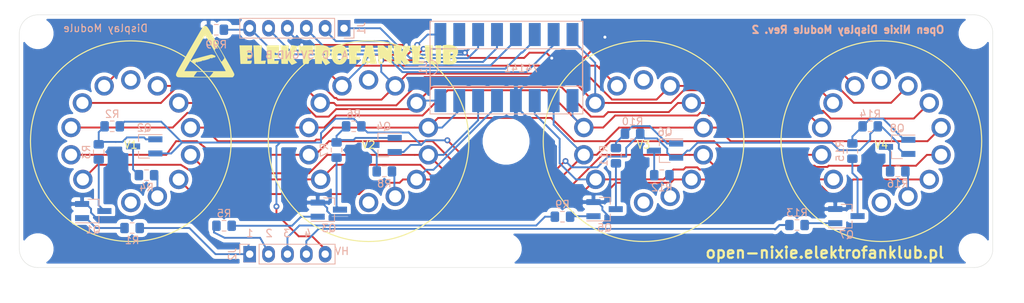
<source format=kicad_pcb>
(kicad_pcb (version 20171130) (host pcbnew "(5.1.5)-3")
  (layers (0 F.Cu signal) (31 B.Cu signal) (34 B.Paste user hide) (35 F.Paste user hide) (36 B.SilkS user) (37 F.SilkS user) (38 B.Mask user hide) (39 F.Mask user hide) (44 Edge.Cuts user))
  (net 0 "")
  (net 1 "Net-(J1-Pad6)")
  (net 2 "Net-(J1-Pad5)")
  (net 3 GND)
  (net 4 VCC)
  (net 5 "Net-(J1-Pad2)")
  (net 6 "Net-(J1-Pad1)")
  (net 7 "Net-(J2-Pad5)")
  (net 8 "Net-(J2-Pad4)")
  (net 9 "Net-(J2-Pad3)")
  (net 10 "Net-(J2-Pad2)")
  (net 11 "Net-(J2-Pad1)")
  (net 12 "Net-(Q1-Pad1)")
  (net 13 "Net-(Q1-Pad3)")
  (net 14 "Net-(Q2-Pad1)")
  (net 15 "Net-(Q3-Pad1)")
  (net 16 "Net-(Q3-Pad3)")
  (net 17 "Net-(Q4-Pad1)")
  (net 18 "Net-(Q5-Pad3)")
  (net 19 "Net-(Q5-Pad1)")
  (net 20 "Net-(Q6-Pad1)")
  (net 21 "Net-(Q7-Pad1)")
  (net 22 "Net-(Q7-Pad3)")
  (net 23 "Net-(Q8-Pad1)")
  (net 24 /A1)
  (net 25 /A2)
  (net 26 /A3)
  (net 27 /A4)
  (net 28 "Net-(V1-PadPL)")
  (net 29 /C9)
  (net 30 /C8)
  (net 31 /C7)
  (net 32 /C6)
  (net 33 /C5)
  (net 34 /C4)
  (net 35 /C3)
  (net 36 /C2)
  (net 37 /C1)
  (net 38 /C10)
  (net 39 "Net-(V2-PadPL)")
  (net 40 "Net-(V3-PadPL)")
  (net 41 "Net-(V4-PadPL)")
  (net 42 "Net-(Q2-Pad3)")
  (net 43 "Net-(Q4-Pad3)")
  (net 44 "Net-(Q6-Pad3)")
  (net 45 "Net-(Q8-Pad3)")
  (module open-nixie_displayModule:LC-513 (layer F.Cu) (at 116 17)
    (fp_text reference V4 (at 0 0.5) (layer F.SilkS))
    (fp_text value LC513)
    (pad 0 thru_hole circle (at 6.45 5.15) (size 2.6 2.6) (drill 1.65) (layers *.Cu *.Mask) (net 38 /C10))
    (pad 1 thru_hole circle (at -6.45 5.14) (size 2.6 2.6) (drill 1.65) (layers *.Cu *.Mask) (net 37 /C1))
    (pad 2 thru_hole circle (at -8.04 1.83) (size 2.6 2.6) (drill 1.65) (layers *.Cu *.Mask) (net 36 /C2))
    (pad 3 thru_hole circle (at -8.04 -1.84) (size 2.6 2.6) (drill 1.65) (layers *.Cu *.Mask) (net 35 /C3))
    (pad 4 thru_hole circle (at -6.51 -5.15) (size 2.6 2.6) (drill 1.65) (layers *.Cu *.Mask) (net 34 /C4))
    (pad 5 thru_hole circle (at -3.58 -7.44) (size 2.6 2.6) (drill 1.65) (layers *.Cu *.Mask) (net 33 /C5))
    (pad 6 thru_hole circle (at 3.58 -7.44) (size 2.6 2.6) (drill 1.65) (layers *.Cu *.Mask) (net 32 /C6))
    (pad 7 thru_hole circle (at 6.45 -5.14) (size 2.6 2.6) (drill 1.65) (layers *.Cu *.Mask) (net 31 /C7))
    (pad 8 thru_hole circle (at 8.04 -1.83) (size 2.6 2.6) (drill 1.65) (layers *.Cu *.Mask) (net 30 /C8))
    (pad 9 thru_hole circle (at 8.04 1.84) (size 2.6 2.6) (drill 1.65) (layers *.Cu *.Mask) (net 29 /C9))
    (pad A thru_hole circle (at 3.58 7.43) (size 2.6 2.6) (drill 1.65) (layers *.Cu *.Mask) (net 27 /A4))
    (pad IC thru_hole circle (at 0 -8.25) (size 2.6 2.6) (drill 1.65) (layers *.Cu *.Mask))
    (pad PL thru_hole circle (at 0 8.25) (size 2.6 2.6) (drill 1.65) (layers *.Cu *.Mask) (net 41 "Net-(V4-PadPL)"))
  )
  (module open-nixie_displayModule:LC-513 (layer F.Cu) (at 84 17)
    (fp_text reference V3 (at 0 0.5) (layer F.SilkS))
    (fp_text value LC513)
    (pad 0 thru_hole circle (at 6.45 5.15) (size 2.6 2.6) (drill 1.65) (layers *.Cu *.Mask) (net 38 /C10))
    (pad 1 thru_hole circle (at -6.45 5.14) (size 2.6 2.6) (drill 1.65) (layers *.Cu *.Mask) (net 37 /C1))
    (pad 2 thru_hole circle (at -8.04 1.83) (size 2.6 2.6) (drill 1.65) (layers *.Cu *.Mask) (net 36 /C2))
    (pad 3 thru_hole circle (at -8.04 -1.84) (size 2.6 2.6) (drill 1.65) (layers *.Cu *.Mask) (net 35 /C3))
    (pad 4 thru_hole circle (at -6.51 -5.15) (size 2.6 2.6) (drill 1.65) (layers *.Cu *.Mask) (net 34 /C4))
    (pad 5 thru_hole circle (at -3.58 -7.44) (size 2.6 2.6) (drill 1.65) (layers *.Cu *.Mask) (net 33 /C5))
    (pad 6 thru_hole circle (at 3.58 -7.44) (size 2.6 2.6) (drill 1.65) (layers *.Cu *.Mask) (net 32 /C6))
    (pad 7 thru_hole circle (at 6.45 -5.14) (size 2.6 2.6) (drill 1.65) (layers *.Cu *.Mask) (net 31 /C7))
    (pad 8 thru_hole circle (at 8.04 -1.83) (size 2.6 2.6) (drill 1.65) (layers *.Cu *.Mask) (net 30 /C8))
    (pad 9 thru_hole circle (at 8.04 1.84) (size 2.6 2.6) (drill 1.65) (layers *.Cu *.Mask) (net 29 /C9))
    (pad A thru_hole circle (at 3.58 7.43) (size 2.6 2.6) (drill 1.65) (layers *.Cu *.Mask) (net 26 /A3))
    (pad IC thru_hole circle (at 0 -8.25) (size 2.6 2.6) (drill 1.65) (layers *.Cu *.Mask))
    (pad PL thru_hole circle (at 0 8.25) (size 2.6 2.6) (drill 1.65) (layers *.Cu *.Mask) (net 40 "Net-(V3-PadPL)"))
  )
  (module open-nixie_displayModule:LC-513 (layer F.Cu) (at 47 17)
    (fp_text reference V2 (at 0 0.5) (layer F.SilkS))
    (fp_text value LC513)
    (pad 0 thru_hole circle (at 6.45 5.15) (size 2.6 2.6) (drill 1.65) (layers *.Cu *.Mask) (net 38 /C10))
    (pad 1 thru_hole circle (at -6.45 5.14) (size 2.6 2.6) (drill 1.65) (layers *.Cu *.Mask) (net 37 /C1))
    (pad 2 thru_hole circle (at -8.04 1.83) (size 2.6 2.6) (drill 1.65) (layers *.Cu *.Mask) (net 36 /C2))
    (pad 3 thru_hole circle (at -8.04 -1.84) (size 2.6 2.6) (drill 1.65) (layers *.Cu *.Mask) (net 35 /C3))
    (pad 4 thru_hole circle (at -6.51 -5.15) (size 2.6 2.6) (drill 1.65) (layers *.Cu *.Mask) (net 34 /C4))
    (pad 5 thru_hole circle (at -3.58 -7.44) (size 2.6 2.6) (drill 1.65) (layers *.Cu *.Mask) (net 33 /C5))
    (pad 6 thru_hole circle (at 3.58 -7.44) (size 2.6 2.6) (drill 1.65) (layers *.Cu *.Mask) (net 32 /C6))
    (pad 7 thru_hole circle (at 6.45 -5.14) (size 2.6 2.6) (drill 1.65) (layers *.Cu *.Mask) (net 31 /C7))
    (pad 8 thru_hole circle (at 8.04 -1.83) (size 2.6 2.6) (drill 1.65) (layers *.Cu *.Mask) (net 30 /C8))
    (pad 9 thru_hole circle (at 8.04 1.84) (size 2.6 2.6) (drill 1.65) (layers *.Cu *.Mask) (net 29 /C9))
    (pad A thru_hole circle (at 3.58 7.43) (size 2.6 2.6) (drill 1.65) (layers *.Cu *.Mask) (net 25 /A2))
    (pad IC thru_hole circle (at 0 -8.25) (size 2.6 2.6) (drill 1.65) (layers *.Cu *.Mask))
    (pad PL thru_hole circle (at 0 8.25) (size 2.6 2.6) (drill 1.65) (layers *.Cu *.Mask) (net 39 "Net-(V2-PadPL)"))
  )
  (module open-nixie_displayModule:LC-513 (layer F.Cu) (at 15 17)
    (fp_text reference V1 (at 0 0.5) (layer F.SilkS))
    (fp_text value LC513)
    (pad 0 thru_hole circle (at 6.45 5.15) (size 2.6 2.6) (drill 1.65) (layers *.Cu *.Mask) (net 38 /C10))
    (pad 1 thru_hole circle (at -6.45 5.14) (size 2.6 2.6) (drill 1.65) (layers *.Cu *.Mask) (net 37 /C1))
    (pad 2 thru_hole circle (at -8.04 1.83) (size 2.6 2.6) (drill 1.65) (layers *.Cu *.Mask) (net 36 /C2))
    (pad 3 thru_hole circle (at -8.04 -1.84) (size 2.6 2.6) (drill 1.65) (layers *.Cu *.Mask) (net 35 /C3))
    (pad 4 thru_hole circle (at -6.51 -5.15) (size 2.6 2.6) (drill 1.65) (layers *.Cu *.Mask) (net 34 /C4))
    (pad 5 thru_hole circle (at -3.58 -7.44) (size 2.6 2.6) (drill 1.65) (layers *.Cu *.Mask) (net 33 /C5))
    (pad 6 thru_hole circle (at 3.58 -7.44) (size 2.6 2.6) (drill 1.65) (layers *.Cu *.Mask) (net 32 /C6))
    (pad 7 thru_hole circle (at 6.45 -5.14) (size 2.6 2.6) (drill 1.65) (layers *.Cu *.Mask) (net 31 /C7))
    (pad 8 thru_hole circle (at 8.04 -1.83) (size 2.6 2.6) (drill 1.65) (layers *.Cu *.Mask) (net 30 /C8))
    (pad 9 thru_hole circle (at 8.04 1.84) (size 2.6 2.6) (drill 1.65) (layers *.Cu *.Mask) (net 29 /C9))
    (pad A thru_hole circle (at 3.58 7.43) (size 2.6 2.6) (drill 1.65) (layers *.Cu *.Mask) (net 24 /A1))
    (pad IC thru_hole circle (at 0 -8.25) (size 2.6 2.6) (drill 1.65) (layers *.Cu *.Mask))
    (pad PL thru_hole circle (at 0 8.25) (size 2.6 2.6) (drill 1.65) (layers *.Cu *.Mask) (net 28 "Net-(V1-PadPL)"))
  )
  (module open-nixie_displayModule:DIP-16_W8.89mm_SMDSocket_LongPads (layer B.Cu) (at 65.55 7.094 270)
    (fp_text reference U1 (at 0 11.22 90) (layer B.SilkS) (effects (justify mirror)))
    (fp_text value 74141)
    (pad 1 smd rect (at -4.445 8.89 270) (size 3.1 1.6) (layers B.Cu B.Paste B.Mask) (net 33 /C5))
    (pad 9 smd rect (at 4.445 -8.89 270) (size 3.1 1.6) (layers B.Cu B.Paste B.Mask) (net 35 /C3))
    (pad 2 smd rect (at -4.445 6.35 270) (size 3.1 1.6) (layers B.Cu B.Paste B.Mask) (net 32 /C6))
    (pad 10 smd rect (at 4.445 -6.35 270) (size 3.1 1.6) (layers B.Cu B.Paste B.Mask) (net 36 /C2))
    (pad 3 smd rect (at -4.445 3.81 270) (size 3.1 1.6) (layers B.Cu B.Paste B.Mask) (net 6 "Net-(J1-Pad1)"))
    (pad 11 smd rect (at 4.445 -3.81 270) (size 3.1 1.6) (layers B.Cu B.Paste B.Mask) (net 37 /C1))
    (pad 4 smd rect (at -4.445 1.27 270) (size 3.1 1.6) (layers B.Cu B.Paste B.Mask) (net 5 "Net-(J1-Pad2)"))
    (pad 12 smd rect (at 4.445 -1.27 270) (size 3.1 1.6) (layers B.Cu B.Paste B.Mask) (net 3 GND))
    (pad 5 smd rect (at -4.445 -1.27 270) (size 3.1 1.6) (layers B.Cu B.Paste B.Mask) (net 4 VCC))
    (pad 13 smd rect (at 4.445 1.27 270) (size 3.1 1.6) (layers B.Cu B.Paste B.Mask) (net 38 /C10))
    (pad 6 smd rect (at -4.445 -3.81 270) (size 3.1 1.6) (layers B.Cu B.Paste B.Mask) (net 2 "Net-(J1-Pad5)"))
    (pad 14 smd rect (at 4.445 3.81 270) (size 3.1 1.6) (layers B.Cu B.Paste B.Mask) (net 29 /C9))
    (pad 7 smd rect (at -4.445 -6.35 270) (size 3.1 1.6) (layers B.Cu B.Paste B.Mask) (net 1 "Net-(J1-Pad6)"))
    (pad 15 smd rect (at 4.445 6.35 270) (size 3.1 1.6) (layers B.Cu B.Paste B.Mask) (net 30 /C8))
    (pad 8 smd rect (at -4.445 -8.89 270) (size 3.1 1.6) (layers B.Cu B.Paste B.Mask) (net 34 /C4))
    (pad 16 smd rect (at 4.445 8.89 270) (size 3.1 1.6) (layers B.Cu B.Paste B.Mask) (net 31 /C7))
  )
  (module open-nixie_displayModule:R_0805_2012Metric_Pad1.15x1.40mm_HandSolder (layer B.Cu) (at 26.5 2 180)
    (fp_text reference R99 (at 0 -2) (layer B.SilkS) (effects (justify mirror)))
    (fp_text value 2k2)
    (pad 2 smd roundrect (at 1.025 0 180) (size 1.15 1.4) (layers B.Cu B.Paste B.Mask) (roundrect_rratio 0.217391) (net 3 GND))
    (pad 1 smd roundrect (at -1.025 0 180) (size 1.15 1.4) (layers B.Cu B.Paste B.Mask) (roundrect_rratio 0.217391) (net 1 "Net-(J1-Pad6)"))
  )
  (module open-nixie_displayModule:R_0805_2012Metric_Pad1.15x1.40mm_HandSolder (layer B.Cu) (at 118.208 21.064)
    (fp_text reference R16 (at 0 1.65) (layer B.SilkS) (effects (justify mirror)))
    (fp_text value 10k)
    (pad 2 smd roundrect (at 1.025 0) (size 1.15 1.4) (layers B.Cu B.Paste B.Mask) (roundrect_rratio 0.217391) (net 27 /A4))
    (pad 1 smd roundrect (at -1.025 0) (size 1.15 1.4) (layers B.Cu B.Paste B.Mask) (roundrect_rratio 0.217391) (net 45 "Net-(Q8-Pad3)"))
  )
  (module open-nixie_displayModule:R_0805_2012Metric_Pad1.15x1.40mm_HandSolder (layer B.Cu) (at 112.1 18.33 270)
    (fp_text reference R15 (at 0 1.65 90) (layer B.SilkS) (effects (justify mirror)))
    (fp_text value 470k)
    (pad 2 smd roundrect (at 1.025 0 270) (size 1.15 1.4) (layers B.Cu B.Paste B.Mask) (roundrect_rratio 0.217391) (net 22 "Net-(Q7-Pad3)"))
    (pad 1 smd roundrect (at -1.025 0 270) (size 1.15 1.4) (layers B.Cu B.Paste B.Mask) (roundrect_rratio 0.217391) (net 23 "Net-(Q8-Pad1)"))
  )
  (module open-nixie_displayModule:R_0805_2012Metric_Pad1.15x1.40mm_HandSolder (layer B.Cu) (at 114.5 15 180)
    (fp_text reference R14 (at 0 1.65) (layer B.SilkS) (effects (justify mirror)))
    (fp_text value 100k)
    (pad 2 smd roundrect (at 1.025 0 180) (size 1.15 1.4) (layers B.Cu B.Paste B.Mask) (roundrect_rratio 0.217391) (net 23 "Net-(Q8-Pad1)"))
    (pad 1 smd roundrect (at -1.025 0 180) (size 1.15 1.4) (layers B.Cu B.Paste B.Mask) (roundrect_rratio 0.217391) (net 7 "Net-(J2-Pad5)"))
  )
  (module open-nixie_displayModule:R_0805_2012Metric_Pad1.15x1.40mm_HandSolder (layer B.Cu) (at 104.65 28.28 180)
    (fp_text reference R13 (at 0 1.65) (layer B.SilkS) (effects (justify mirror)))
    (fp_text value 33k)
    (pad 2 smd roundrect (at 1.025 0 180) (size 1.15 1.4) (layers B.Cu B.Paste B.Mask) (roundrect_rratio 0.217391) (net 8 "Net-(J2-Pad4)"))
    (pad 1 smd roundrect (at -1.025 0 180) (size 1.15 1.4) (layers B.Cu B.Paste B.Mask) (roundrect_rratio 0.217391) (net 21 "Net-(Q7-Pad1)"))
  )
  (module open-nixie_displayModule:R_0805_2012Metric_Pad1.15x1.40mm_HandSolder (layer B.Cu) (at 86.458 21.572)
    (fp_text reference R12 (at 0 1.65) (layer B.SilkS) (effects (justify mirror)))
    (fp_text value 10k)
    (pad 2 smd roundrect (at 1.025 0) (size 1.15 1.4) (layers B.Cu B.Paste B.Mask) (roundrect_rratio 0.217391) (net 26 /A3))
    (pad 1 smd roundrect (at -1.025 0) (size 1.15 1.4) (layers B.Cu B.Paste B.Mask) (roundrect_rratio 0.217391) (net 44 "Net-(Q6-Pad3)"))
  )
  (module open-nixie_displayModule:R_0805_2012Metric_Pad1.15x1.40mm_HandSolder (layer B.Cu) (at 80.282 18.952 270)
    (fp_text reference R11 (at 0 1.65 90) (layer B.SilkS) (effects (justify mirror)))
    (fp_text value 470k)
    (pad 2 smd roundrect (at 1.025 0 270) (size 1.15 1.4) (layers B.Cu B.Paste B.Mask) (roundrect_rratio 0.217391) (net 18 "Net-(Q5-Pad3)"))
    (pad 1 smd roundrect (at -1.025 0 270) (size 1.15 1.4) (layers B.Cu B.Paste B.Mask) (roundrect_rratio 0.217391) (net 20 "Net-(Q6-Pad1)"))
  )
  (module open-nixie_displayModule:R_0805_2012Metric_Pad1.15x1.40mm_HandSolder (layer B.Cu) (at 82.525 16 180)
    (fp_text reference R10 (at 0 1.65) (layer B.SilkS) (effects (justify mirror)))
    (fp_text value 100k)
    (pad 2 smd roundrect (at 1.025 0 180) (size 1.15 1.4) (layers B.Cu B.Paste B.Mask) (roundrect_rratio 0.217391) (net 20 "Net-(Q6-Pad1)"))
    (pad 1 smd roundrect (at -1.025 0 180) (size 1.15 1.4) (layers B.Cu B.Paste B.Mask) (roundrect_rratio 0.217391) (net 7 "Net-(J2-Pad5)"))
  )
  (module open-nixie_displayModule:R_0805_2012Metric_Pad1.15x1.40mm_HandSolder (layer B.Cu) (at 73.09 27.16 180)
    (fp_text reference R9 (at 0 1.65) (layer B.SilkS) (effects (justify mirror)))
    (fp_text value 33k)
    (pad 2 smd roundrect (at 1.025 0 180) (size 1.15 1.4) (layers B.Cu B.Paste B.Mask) (roundrect_rratio 0.217391) (net 9 "Net-(J2-Pad3)"))
    (pad 1 smd roundrect (at -1.025 0 180) (size 1.15 1.4) (layers B.Cu B.Paste B.Mask) (roundrect_rratio 0.217391) (net 19 "Net-(Q5-Pad1)"))
  )
  (module open-nixie_displayModule:R_0805_2012Metric_Pad1.15x1.40mm_HandSolder (layer B.Cu) (at 49.12 21.064)
    (fp_text reference R8 (at 0 1.65) (layer B.SilkS) (effects (justify mirror)))
    (fp_text value 10k)
    (pad 2 smd roundrect (at 1.025 0) (size 1.15 1.4) (layers B.Cu B.Paste B.Mask) (roundrect_rratio 0.217391) (net 25 /A2))
    (pad 1 smd roundrect (at -1.025 0) (size 1.15 1.4) (layers B.Cu B.Paste B.Mask) (roundrect_rratio 0.217391) (net 43 "Net-(Q4-Pad3)"))
  )
  (module open-nixie_displayModule:R_0805_2012Metric_Pad1.15x1.40mm_HandSolder (layer B.Cu) (at 42.69 18.19 270)
    (fp_text reference R7 (at 0 1.65 90) (layer B.SilkS) (effects (justify mirror)))
    (fp_text value 470k)
    (pad 2 smd roundrect (at 1.025 0 270) (size 1.15 1.4) (layers B.Cu B.Paste B.Mask) (roundrect_rratio 0.217391) (net 16 "Net-(Q3-Pad3)"))
    (pad 1 smd roundrect (at -1.025 0 270) (size 1.15 1.4) (layers B.Cu B.Paste B.Mask) (roundrect_rratio 0.217391) (net 17 "Net-(Q4-Pad1)"))
  )
  (module open-nixie_displayModule:R_0805_2012Metric_Pad1.15x1.40mm_HandSolder (layer B.Cu) (at 45 15 180)
    (fp_text reference R6 (at 0 1.65) (layer B.SilkS) (effects (justify mirror)))
    (fp_text value 100k)
    (pad 2 smd roundrect (at 1.025 0 180) (size 1.15 1.4) (layers B.Cu B.Paste B.Mask) (roundrect_rratio 0.217391) (net 17 "Net-(Q4-Pad1)"))
    (pad 1 smd roundrect (at -1.025 0 180) (size 1.15 1.4) (layers B.Cu B.Paste B.Mask) (roundrect_rratio 0.217391) (net 7 "Net-(J2-Pad5)"))
  )
  (module open-nixie_displayModule:R_0805_2012Metric_Pad1.15x1.40mm_HandSolder (layer B.Cu) (at 27.55 28.38 180)
    (fp_text reference R5 (at 0 1.65) (layer B.SilkS) (effects (justify mirror)))
    (fp_text value 33k)
    (pad 2 smd roundrect (at 1.025 0 180) (size 1.15 1.4) (layers B.Cu B.Paste B.Mask) (roundrect_rratio 0.217391) (net 10 "Net-(J2-Pad2)"))
    (pad 1 smd roundrect (at -1.025 0 180) (size 1.15 1.4) (layers B.Cu B.Paste B.Mask) (roundrect_rratio 0.217391) (net 15 "Net-(Q3-Pad1)"))
  )
  (module open-nixie_displayModule:R_0805_2012Metric_Pad1.15x1.40mm_HandSolder (layer B.Cu) (at 17.116 21.572)
    (fp_text reference R4 (at 0 1.65) (layer B.SilkS) (effects (justify mirror)))
    (fp_text value 10k)
    (pad 2 smd roundrect (at 1.025 0) (size 1.15 1.4) (layers B.Cu B.Paste B.Mask) (roundrect_rratio 0.217391) (net 24 /A1))
    (pad 1 smd roundrect (at -1.025 0) (size 1.15 1.4) (layers B.Cu B.Paste B.Mask) (roundrect_rratio 0.217391) (net 42 "Net-(Q2-Pad3)"))
  )
  (module open-nixie_displayModule:R_0805_2012Metric_Pad1.15x1.40mm_HandSolder (layer B.Cu) (at 10.686 18.444 270)
    (fp_text reference R3 (at 0 1.65 90) (layer B.SilkS) (effects (justify mirror)))
    (fp_text value 470k)
    (pad 2 smd roundrect (at 1.025 0 270) (size 1.15 1.4) (layers B.Cu B.Paste B.Mask) (roundrect_rratio 0.217391) (net 13 "Net-(Q1-Pad3)"))
    (pad 1 smd roundrect (at -1.025 0 270) (size 1.15 1.4) (layers B.Cu B.Paste B.Mask) (roundrect_rratio 0.217391) (net 14 "Net-(Q2-Pad1)"))
  )
  (module open-nixie_displayModule:R_0805_2012Metric_Pad1.15x1.40mm_HandSolder (layer B.Cu) (at 12.5 15 180)
    (fp_text reference R2 (at 0 1.65) (layer B.SilkS) (effects (justify mirror)))
    (fp_text value 100k)
    (pad 2 smd roundrect (at 1.025 0 180) (size 1.15 1.4) (layers B.Cu B.Paste B.Mask) (roundrect_rratio 0.217391) (net 14 "Net-(Q2-Pad1)"))
    (pad 1 smd roundrect (at -1.025 0 180) (size 1.15 1.4) (layers B.Cu B.Paste B.Mask) (roundrect_rratio 0.217391) (net 7 "Net-(J2-Pad5)"))
  )
  (module open-nixie_displayModule:R_0805_2012Metric_Pad1.15x1.40mm_HandSolder (layer B.Cu) (at 15.178 28.684)
    (fp_text reference R1 (at 0 1.65) (layer B.SilkS) (effects (justify mirror)))
    (fp_text value 33k)
    (pad 2 smd roundrect (at 1.025 0) (size 1.15 1.4) (layers B.Cu B.Paste B.Mask) (roundrect_rratio 0.217391) (net 11 "Net-(J2-Pad1)"))
    (pad 1 smd roundrect (at -1.025 0) (size 1.15 1.4) (layers B.Cu B.Paste B.Mask) (roundrect_rratio 0.217391) (net 12 "Net-(Q1-Pad1)"))
  )
  (module open-nixie_displayModule:SOT-23_Handsoldering (layer B.Cu) (at 118.128 17.762 180)
    (fp_text reference Q8 (at 0 2.5 180) (layer B.SilkS) (effects (justify mirror)))
    (fp_text value MMBTA92)
    (pad 3 smd rect (at 1.5 0 180) (size 1.9 0.8) (layers B.Cu B.Paste B.Mask) (net 45 "Net-(Q8-Pad3)"))
    (pad 2 smd rect (at -1.5 -0.95 180) (size 1.9 0.8) (layers B.Cu B.Paste B.Mask) (net 7 "Net-(J2-Pad5)"))
    (pad 1 smd rect (at -1.5 0.95 180) (size 1.9 0.8) (layers B.Cu B.Paste B.Mask) (net 23 "Net-(Q8-Pad1)"))
  )
  (module open-nixie_displayModule:SOT-23_Handsoldering (layer B.Cu) (at 111.3 27.08)
    (fp_text reference Q7 (at 0 2.5 -180) (layer B.SilkS) (effects (justify mirror)))
    (fp_text value MMBTA42)
    (pad 3 smd rect (at 1.5 0) (size 1.9 0.8) (layers B.Cu B.Paste B.Mask) (net 22 "Net-(Q7-Pad3)"))
    (pad 2 smd rect (at -1.5 -0.95) (size 1.9 0.8) (layers B.Cu B.Paste B.Mask) (net 3 GND))
    (pad 1 smd rect (at -1.5 0.95) (size 1.9 0.8) (layers B.Cu B.Paste B.Mask) (net 21 "Net-(Q7-Pad1)"))
  )
  (module open-nixie_displayModule:SOT-23_Handsoldering (layer B.Cu) (at 86.886 18.27 180)
    (fp_text reference Q6 (at 0 2.5 180) (layer B.SilkS) (effects (justify mirror)))
    (fp_text value MMBTA92)
    (pad 3 smd rect (at 1.5 0 180) (size 1.9 0.8) (layers B.Cu B.Paste B.Mask) (net 44 "Net-(Q6-Pad3)"))
    (pad 2 smd rect (at -1.5 -0.95 180) (size 1.9 0.8) (layers B.Cu B.Paste B.Mask) (net 7 "Net-(J2-Pad5)"))
    (pad 1 smd rect (at -1.5 0.95 180) (size 1.9 0.8) (layers B.Cu B.Paste B.Mask) (net 20 "Net-(Q6-Pad1)"))
  )
  (module open-nixie_displayModule:SOT-23_Handsoldering (layer B.Cu) (at 78.758 26.144)
    (fp_text reference Q5 (at 0 2.5 -180) (layer B.SilkS) (effects (justify mirror)))
    (fp_text value MMBTA42)
    (pad 3 smd rect (at 1.5 0) (size 1.9 0.8) (layers B.Cu B.Paste B.Mask) (net 18 "Net-(Q5-Pad3)"))
    (pad 2 smd rect (at -1.5 -0.95) (size 1.9 0.8) (layers B.Cu B.Paste B.Mask) (net 3 GND))
    (pad 1 smd rect (at -1.5 0.95) (size 1.9 0.8) (layers B.Cu B.Paste B.Mask) (net 19 "Net-(Q5-Pad1)"))
  )
  (module open-nixie_displayModule:SOT-23_Handsoldering (layer B.Cu) (at 49.016 17.508 180)
    (fp_text reference Q4 (at 0 2.5 180) (layer B.SilkS) (effects (justify mirror)))
    (fp_text value MMBTA92)
    (pad 3 smd rect (at 1.5 0 180) (size 1.9 0.8) (layers B.Cu B.Paste B.Mask) (net 43 "Net-(Q4-Pad3)"))
    (pad 2 smd rect (at -1.5 -0.95 180) (size 1.9 0.8) (layers B.Cu B.Paste B.Mask) (net 7 "Net-(J2-Pad5)"))
    (pad 1 smd rect (at -1.5 0.95 180) (size 1.9 0.8) (layers B.Cu B.Paste B.Mask) (net 17 "Net-(Q4-Pad1)"))
  )
  (module open-nixie_displayModule:SOT-23_Handsoldering (layer B.Cu) (at 41.65 26.21)
    (fp_text reference Q3 (at 0 2.5 -180) (layer B.SilkS) (effects (justify mirror)))
    (fp_text value MMBTA42)
    (pad 3 smd rect (at 1.5 0) (size 1.9 0.8) (layers B.Cu B.Paste B.Mask) (net 16 "Net-(Q3-Pad3)"))
    (pad 2 smd rect (at -1.5 -0.95) (size 1.9 0.8) (layers B.Cu B.Paste B.Mask) (net 3 GND))
    (pad 1 smd rect (at -1.5 0.95) (size 1.9 0.8) (layers B.Cu B.Paste B.Mask) (net 15 "Net-(Q3-Pad1)"))
  )
  (module open-nixie_displayModule:SOT-23_Handsoldering (layer B.Cu) (at 16.806 17.696 180)
    (fp_text reference Q2 (at 0 2.5 180) (layer B.SilkS) (effects (justify mirror)))
    (fp_text value MMBTA92)
    (pad 3 smd rect (at 1.5 0 180) (size 1.9 0.8) (layers B.Cu B.Paste B.Mask) (net 42 "Net-(Q2-Pad3)"))
    (pad 2 smd rect (at -1.5 -0.95 180) (size 1.9 0.8) (layers B.Cu B.Paste B.Mask) (net 7 "Net-(J2-Pad5)"))
    (pad 1 smd rect (at -1.5 0.95 180) (size 1.9 0.8) (layers B.Cu B.Paste B.Mask) (net 14 "Net-(Q2-Pad1)"))
  )
  (module open-nixie_displayModule:SOT-23_Handsoldering (layer B.Cu) (at 9.948 26.398)
    (fp_text reference Q1 (at 0 2.5 -180) (layer B.SilkS) (effects (justify mirror)))
    (fp_text value MMBTA42)
    (pad 3 smd rect (at 1.5 0) (size 1.9 0.8) (layers B.Cu B.Paste B.Mask) (net 13 "Net-(Q1-Pad3)"))
    (pad 2 smd rect (at -1.5 -0.95) (size 1.9 0.8) (layers B.Cu B.Paste B.Mask) (net 3 GND))
    (pad 1 smd rect (at -1.5 0.95) (size 1.9 0.8) (layers B.Cu B.Paste B.Mask) (net 12 "Net-(Q1-Pad1)"))
  )
  (module open-nixie_displayModule:PinHeader_1x05_P2.54mm_Vertical (layer B.Cu) (at 31 32.2 270)
    (fp_text reference J2 (at 0 2.33 90) (layer B.SilkS) (effects (justify mirror)))
    (fp_text value Conn_01x05_Male)
    (pad 1 thru_hole rect (at 0 0 270) (size 2.2 1.7) (drill 1) (layers *.Cu *.Mask) (net 11 "Net-(J2-Pad1)"))
    (pad 2 thru_hole oval (at 0 -2.54 270) (size 2.2 1.7) (drill 1) (layers *.Cu *.Mask) (net 10 "Net-(J2-Pad2)"))
    (pad 3 thru_hole oval (at 0 -5.08 270) (size 2.2 1.7) (drill 1) (layers *.Cu *.Mask) (net 9 "Net-(J2-Pad3)"))
    (pad 4 thru_hole oval (at 0 -7.62 270) (size 2.2 1.7) (drill 1) (layers *.Cu *.Mask) (net 8 "Net-(J2-Pad4)"))
    (pad 5 thru_hole oval (at 0 -10.16 270) (size 2.2 1.7) (drill 1) (layers *.Cu *.Mask) (net 7 "Net-(J2-Pad5)"))
  )
  (module open-nixie_displayModule:PinHeader_1x06_P2.54mm_Vertical (layer B.Cu) (at 43.7 1.8 90)
    (fp_text reference J1 (at 0 2.33 -90) (layer B.SilkS) (effects (justify mirror)))
    (fp_text value Conn_01x06_Male)
    (pad 1 thru_hole rect (at 0 0 90) (size 2.2 1.7) (drill 1) (layers *.Cu *.Mask) (net 6 "Net-(J1-Pad1)"))
    (pad 2 thru_hole oval (at 0 -2.54 90) (size 2.2 1.7) (drill 1) (layers *.Cu *.Mask) (net 5 "Net-(J1-Pad2)"))
    (pad 3 thru_hole oval (at 0 -5.08 90) (size 2.2 1.7) (drill 1) (layers *.Cu *.Mask) (net 4 VCC))
    (pad 4 thru_hole oval (at 0 -7.62 90) (size 2.2 1.7) (drill 1) (layers *.Cu *.Mask) (net 3 GND))
    (pad 5 thru_hole oval (at 0 -10.16 90) (size 2.2 1.7) (drill 1) (layers *.Cu *.Mask) (net 2 "Net-(J1-Pad5)"))
    (pad 6 thru_hole oval (at 0 -12.7 90) (size 2.2 1.7) (drill 1) (layers *.Cu *.Mask) (net 1 "Net-(J1-Pad6)"))
  )
  (module electronixESP8266_logo:logo (layer F.Cu) (at 40.767 5.461)
    (fp_text reference G*** hide)
    (fp_text value LOGO hide)
  )
  (module Mounting_Holes:MountingHole_3.2mm_M3 (layer F.Cu) (at 128.5 2.5)
    (fp_text reference REF** hide)
    (fp_text value MountingHole_3.2mm_M3)
    (pad 1 np_thru_hole circle (at 0 0) (size 3.2 3.2) (drill 3.2) (layers *.Cu *.Mask))
  )
  (module Mounting_Holes:MountingHole_3.2mm_M3 (layer F.Cu) (at 2.5 31.5)
    (fp_text reference REF** hide)
    (fp_text value MountingHole_3.2mm_M3)
    (pad 1 np_thru_hole circle (at 0 0) (size 3.2 3.2) (drill 3.2) (layers *.Cu *.Mask))
  )
  (module Mounting_Holes:MountingHole_3.2mm_M3 (layer F.Cu) (at 65.5 31.5)
    (fp_text reference REF** hide)
    (fp_text value MountingHole_3.2mm_M3)
    (pad 1 np_thru_hole circle (at 0 0) (size 3.2 3.2) (drill 3.2) (layers *.Cu *.Mask))
  )
  (module Mounting_Holes:MountingHole_3.2mm_M3 (layer F.Cu) (at 128.5 31.5)
    (fp_text reference REF** hide)
    (fp_text value MountingHole_3.2mm_M3)
    (pad 1 np_thru_hole circle (at 0 0) (size 3.2 3.2) (drill 3.2) (layers *.Cu *.Mask))
  )
  (module Mounting_Holes:MountingHole_3.2mm_M3 (layer F.Cu) (at 2.5 2.5)
    (fp_text reference REF** hide)
    (fp_text value MountingHole_3.2mm_M3)
    (pad 1 np_thru_hole circle (at 0 0) (size 3.2 3.2) (drill 3.2) (layers *.Cu *.Mask))
  )
  (module Mounting_Holes:MountingHole_5.3mm_M5 (layer F.Cu) (at 65.5 17)
    (fp_text reference REF** hide)
    (fp_text value MountingHole_5.3mm_M5)
    (pad 1 np_thru_hole circle (at 0 0) (size 5.3 5.3) (drill 5.3) (layers *.Cu *.Mask))
  )
  (gr_text "Open Nixie Display Module Rev. 2" (at 111.5 2) (layer B.SilkS) (effects (font (size 1 1) (thickness 0.25)) (justify mirror)))
  (gr_arc (start 2.5 31.5) (end 0 31.5) (angle -90) (layer Edge.Cuts) (width 0.05))
  (gr_arc (start 2.5 2.5) (end 2.5 0) (angle -90) (layer Edge.Cuts) (width 0.05))
  (gr_arc (start 128.5 31.5) (end 128.5 34) (angle -90) (layer Edge.Cuts) (width 0.05))
  (gr_arc (start 128.5 2.5) (end 131 2.5) (angle -90) (layer Edge.Cuts) (width 0.05))
  (gr_text 1 (at 31 29.4) (layer B.SilkS) (effects (font (size 1 1)) (justify mirror)))
  (gr_text 2 (at 33.6 29.4) (layer B.SilkS) (effects (font (size 1 1)) (justify mirror)))
  (gr_text 3 (at 36 29.4) (layer B.SilkS) (effects (font (size 1 1)) (justify mirror)))
  (gr_text 4 (at 38.8 29.4) (layer B.SilkS) (effects (font (size 1 1)) (justify mirror)))
  (gr_text HV (at 43.4 31.8) (layer B.SilkS) (effects (font (size 1 1)) (justify mirror)))
  (gr_text "Display Module" (at 11.6 1.8) (layer B.SilkS) (effects (font (size 1 1)) (justify mirror)))
  (gr_text C (at 31 5.4) (layer B.SilkS) (effects (font (size 1 1)) (justify mirror)))
  (gr_text B (at 33.6 5.4) (layer B.SilkS) (effects (font (size 1 1)) (justify mirror)))
  (gr_text D (at 41.2 5.4) (layer B.SilkS) (effects (font (size 1 1)) (justify mirror)))
  (gr_text A (at 43.8 5.4) (layer B.SilkS) (effects (font (size 1 1)) (justify mirror)))
  (gr_text 5V (at 38.8 5.4) (layer B.SilkS) (effects (font (size 1 1)) (justify mirror)))
  (gr_text GND (at 36.2 5.4) (layer B.SilkS) (effects (font (size 1 1)) (justify mirror)))
  (gr_text 74141 (at 67.6 7.2) (layer B.SilkS) (effects (font (size 1 1)) (justify mirror)))
  (gr_text open-nixie.elektrofanklub.pl (at 108.4 32) (layer F.SilkS) (effects (font (size 1.5 1.5) (thickness 0.3))))
  (gr_line (start 131 2.5) (end 131 31.5) (layer Edge.Cuts) (width 0.05))
  (gr_line (start 2.5 0) (end 128.5 0) (layer Edge.Cuts) (width 0.05))
  (gr_line (start 0 2.5) (end 0 31.5) (layer Edge.Cuts) (width 0.05))
  (gr_line (start 128.5 34) (end 2.5 34) (layer Edge.Cuts) (width 0.05))
  (segment (start 71.9 4.046) (end 71.9 2.649) (width 0.254) (layer B.Cu) (net 1))
  (segment (start 68.23997 7.70603) (end 51.544307 7.70603) (width 0.254) (layer B.Cu) (net 1))
  (segment (start 70.122 5.824) (end 68.23997 7.70603) (width 0.254) (layer B.Cu) (net 1))
  (segment (start 51.544307 7.70603) (end 51.27601 7.437732) (width 0.254) (layer B.Cu) (net 1))
  (segment (start 49.154278 5.316) (end 39.388 5.316) (width 0.254) (layer B.Cu) (net 1))
  (segment (start 51.27601 7.437732) (end 49.154278 5.316) (width 0.254) (layer B.Cu) (net 1))
  (segment (start 34.516 5.316) (end 31 1.8) (width 0.25) (layer B.Cu) (net 1))
  (segment (start 39.388 5.316) (end 34.516 5.316) (width 0.25) (layer B.Cu) (net 1))
  (segment (start 70.122 5.824) (end 71.9 4.046) (width 0.254) (layer B.Cu) (net 1))
  (segment (start 30.8 2) (end 31 1.8) (width 0.25) (layer B.Cu) (net 1))
  (segment (start 27.525 2) (end 30.8 2) (width 0.25) (layer B.Cu) (net 1))
  (segment (start 67.697 5.062) (end 67.582 5.062) (width 0.254) (layer B.Cu) (net 2))
  (segment (start 69.36 2.649) (end 69.36 3.399) (width 0.254) (layer B.Cu) (net 2))
  (segment (start 69.36 3.399) (end 67.697 5.062) (width 0.254) (layer B.Cu) (net 2))
  (segment (start 36.4 4.808) (end 33.606 2.014) (width 0.254) (layer B.Cu) (net 2))
  (segment (start 49.294 4.808) (end 41.42 4.808) (width 0.254) (layer B.Cu) (net 2))
  (segment (start 51.73402 7.24802) (end 49.294 4.808) (width 0.254) (layer B.Cu) (net 2))
  (segment (start 67.582 5.062) (end 65.39598 7.24802) (width 0.254) (layer B.Cu) (net 2))
  (segment (start 65.39598 7.24802) (end 51.73402 7.24802) (width 0.254) (layer B.Cu) (net 2))
  (segment (start 41.42 4.808) (end 36.4 4.808) (width 0.25) (layer B.Cu) (net 2))
  (segment (start 35.968 2.014) (end 38 4.046) (width 0.254) (layer B.Cu) (net 3))
  (segment (start 10.233199 27.2) (end 35.650999 27.2) (width 0.254) (layer B.Cu) (net 3))
  (segment (start 37.52 25.26) (end 40.15 25.26) (width 0.254) (layer B.Cu) (net 3))
  (segment (start 35.650999 27.129001) (end 37.52 25.26) (width 0.254) (layer B.Cu) (net 3))
  (segment (start 41.431001 25.991001) (end 41.431001 26.411001) (width 0.254) (layer B.Cu) (net 3))
  (segment (start 40.15 25.26) (end 40.7 25.26) (width 0.254) (layer B.Cu) (net 3))
  (segment (start 40.7 25.26) (end 41.431001 25.991001) (width 0.254) (layer B.Cu) (net 3))
  (segment (start 41.961001 26.941001) (end 68.838999 26.941001) (width 0.254) (layer B.Cu) (net 3))
  (segment (start 41.431001 26.411001) (end 41.961001 26.941001) (width 0.254) (layer B.Cu) (net 3))
  (segment (start 68.838999 26.941001) (end 70.586 25.194) (width 0.254) (layer B.Cu) (net 3))
  (segment (start 77.258 25.194) (end 77.362198 25.194) (width 0.254) (layer B.Cu) (net 3))
  (segment (start 66.82 12.289) (end 66.82 11.539) (width 0.25) (layer B.Cu) (net 3))
  (segment (start 72.22 17.689) (end 66.82 12.289) (width 0.25) (layer B.Cu) (net 3))
  (segment (start 72.22 25.194) (end 72.22 17.689) (width 0.25) (layer B.Cu) (net 3))
  (segment (start 72.22 25.194) (end 77.258 25.194) (width 0.254) (layer B.Cu) (net 3))
  (segment (start 70.586 25.194) (end 72.22 25.194) (width 0.254) (layer B.Cu) (net 3))
  (segment (start 109.8 26.13) (end 93.07 26.13) (width 0.25) (layer B.Cu) (net 3))
  (segment (start 78.458 25.844) (end 78.458 26.258) (width 0.25) (layer B.Cu) (net 3))
  (segment (start 77.258 25.194) (end 77.808 25.194) (width 0.25) (layer B.Cu) (net 3))
  (segment (start 77.808 25.194) (end 78.458 25.844) (width 0.25) (layer B.Cu) (net 3))
  (segment (start 78.458 26.258) (end 79.6 27.4) (width 0.25) (layer B.Cu) (net 3))
  (segment (start 91.8 27.4) (end 93.07 26.13) (width 0.25) (layer B.Cu) (net 3))
  (segment (start 79.6 27.4) (end 91.8 27.4) (width 0.25) (layer B.Cu) (net 3))
  (via (at 71.646 5.824) (size 0.8) (drill 0.4) (layers F.Cu B.Cu) (net 3))
  (via (at 59.962 5.093) (size 0.8) (drill 0.4) (layers F.Cu B.Cu) (net 3))
  (via (at 38 4.046) (size 0.8) (drill 0.4) (layers F.Cu B.Cu) (net 3))
  (via (at 52.088 4.046) (size 0.8) (drill 0.4) (layers F.Cu B.Cu) (net 3))
  (segment (start 71.646 5.824) (end 66.82 10.65) (width 0.254) (layer B.Cu) (net 3))
  (segment (start 59.962 5.093) (end 60.662001 5.793001) (width 0.254) (layer F.Cu) (net 3))
  (segment (start 67.932881 5.793001) (end 68.632882 5.093) (width 0.254) (layer F.Cu) (net 3))
  (segment (start 68.632882 5.093) (end 70.915 5.093) (width 0.254) (layer F.Cu) (net 3))
  (segment (start 59.68901 5.36599) (end 59.962 5.093) (width 0.254) (layer B.Cu) (net 3))
  (segment (start 53.40799 5.36599) (end 59.68901 5.36599) (width 0.254) (layer B.Cu) (net 3))
  (segment (start 43.96 4.046) (end 52.088 4.046) (width 0.254) (layer F.Cu) (net 3))
  (segment (start 52.088 4.046) (end 53.40799 5.36599) (width 0.254) (layer B.Cu) (net 3))
  (segment (start 66.82 10.65) (end 66.82 11.539) (width 0.254) (layer B.Cu) (net 3))
  (segment (start 60.662001 5.793001) (end 67.932881 5.793001) (width 0.254) (layer F.Cu) (net 3))
  (segment (start 70.915 5.093) (end 71.646 5.824) (width 0.254) (layer F.Cu) (net 3))
  (segment (start 43.96 4.046) (end 38 4.046) (width 0.25) (layer F.Cu) (net 3))
  (segment (start 71.646 5.824) (end 75.976 5.824) (width 0.25) (layer F.Cu) (net 3))
  (via (at 78.8 3) (size 0.8) (drill 0.4) (layers F.Cu B.Cu) (net 3))
  (segment (start 75.976 5.824) (end 78.8 3) (width 0.25) (layer F.Cu) (net 3))
  (segment (start 78.8 3) (end 81 3) (width 0.25) (layer B.Cu) (net 3))
  (segment (start 8.998 25.448) (end 8.448 25.448) (width 0.25) (layer B.Cu) (net 3))
  (segment (start 9.648 26.098) (end 8.998 25.448) (width 0.25) (layer B.Cu) (net 3))
  (segment (start 9.648 26.614801) (end 9.648 26.098) (width 0.25) (layer B.Cu) (net 3))
  (segment (start 10.233199 27.2) (end 9.648 26.614801) (width 0.25) (layer B.Cu) (net 3))
  (segment (start 38.714 2.014) (end 41 4.3) (width 0.254) (layer B.Cu) (net 4))
  (segment (start 45.992 4.3) (end 49.548 4.3) (width 0.254) (layer B.Cu) (net 4))
  (segment (start 66.82 3.399) (end 66.82 2.649) (width 0.254) (layer B.Cu) (net 4))
  (segment (start 63.42899 6.79001) (end 66.82 3.399) (width 0.254) (layer B.Cu) (net 4))
  (segment (start 52.03801 6.79001) (end 63.42899 6.79001) (width 0.254) (layer B.Cu) (net 4))
  (segment (start 49.548 4.3) (end 52.03801 6.79001) (width 0.254) (layer B.Cu) (net 4))
  (segment (start 41.3 4.3) (end 41 4.3) (width 0.25) (layer B.Cu) (net 4))
  (segment (start 45.992 4.3) (end 41.3 4.3) (width 0.25) (layer B.Cu) (net 4))
  (segment (start 42.6 3.538) (end 41.076 2.014) (width 0.254) (layer B.Cu) (net 5))
  (segment (start 49.548 3.538) (end 47.77 3.538) (width 0.254) (layer B.Cu) (net 5))
  (segment (start 52.342 6.332) (end 49.548 3.538) (width 0.254) (layer B.Cu) (net 5))
  (segment (start 62.401 6.332) (end 52.342 6.332) (width 0.254) (layer B.Cu) (net 5))
  (segment (start 64.28 2.649) (end 64.28 4.453) (width 0.254) (layer B.Cu) (net 5))
  (segment (start 64.28 4.453) (end 62.401 6.332) (width 0.254) (layer B.Cu) (net 5))
  (segment (start 47.77 3.538) (end 42.6 3.538) (width 0.25) (layer B.Cu) (net 5))
  (segment (start 52.596 5.824) (end 48.786 2.014) (width 0.254) (layer B.Cu) (net 6))
  (segment (start 60.369 5.824) (end 52.596 5.824) (width 0.254) (layer B.Cu) (net 6))
  (segment (start 61.74 2.649) (end 61.74 4.453) (width 0.254) (layer B.Cu) (net 6))
  (segment (start 61.74 4.453) (end 60.369 5.824) (width 0.254) (layer B.Cu) (net 6))
  (segment (start 48.572 1.8) (end 43.7 1.8) (width 0.25) (layer B.Cu) (net 6))
  (segment (start 48.786 2.014) (end 48.572 1.8) (width 0.25) (layer B.Cu) (net 6))
  (segment (start 21.384 17.696) (end 21.9 17.18) (width 0.254) (layer B.Cu) (net 7))
  (via (at 34.6 25.78) (size 0.8) (drill 0.4) (layers F.Cu B.Cu) (net 7))
  (segment (start 21.9 17.18) (end 34.5 17.18) (width 0.254) (layer B.Cu) (net 7))
  (via (at 57.6 16.88) (size 0.8) (drill 0.4) (layers F.Cu B.Cu) (net 7))
  (segment (start 54.072 17.508) (end 54.7 16.88) (width 0.25) (layer B.Cu) (net 7))
  (segment (start 54.7 16.88) (end 57.6 16.88) (width 0.25) (layer B.Cu) (net 7))
  (segment (start 57.6 16.88) (end 61.6 20.88) (width 0.25) (layer F.Cu) (net 7))
  (segment (start 61.6 20.88) (end 72.2 20.88) (width 0.25) (layer F.Cu) (net 7))
  (via (at 73.5 19.68) (size 0.8) (drill 0.4) (layers F.Cu B.Cu) (net 7))
  (segment (start 72.2 20.88) (end 73.4 19.68) (width 0.25) (layer F.Cu) (net 7))
  (segment (start 73.4 19.68) (end 73.5 19.68) (width 0.25) (layer F.Cu) (net 7))
  (segment (start 34.6 17.68) (end 35.1 17.18) (width 0.25) (layer B.Cu) (net 7))
  (segment (start 34.6 25.78) (end 34.6 17.68) (width 0.25) (layer B.Cu) (net 7))
  (segment (start 34.5 17.18) (end 35.1 17.18) (width 0.254) (layer B.Cu) (net 7))
  (segment (start 35.1 17.18) (end 40.6 17.18) (width 0.254) (layer B.Cu) (net 7))
  (segment (start 41.16 31.55) (end 41.16 32.2) (width 0.25) (layer F.Cu) (net 7))
  (segment (start 39.41 29.8) (end 41.16 31.55) (width 0.25) (layer F.Cu) (net 7))
  (segment (start 37.6 29.8) (end 39.41 29.8) (width 0.25) (layer F.Cu) (net 7))
  (segment (start 34.6 26.8) (end 37.6 29.8) (width 0.25) (layer F.Cu) (net 7))
  (segment (start 34.6 25.78) (end 34.6 26.8) (width 0.25) (layer F.Cu) (net 7))
  (segment (start 90.200118 18.27) (end 91.271119 17.198999) (width 0.254) (layer B.Cu) (net 7))
  (segment (start 91.271119 17.198999) (end 109.318999 17.198999) (width 0.254) (layer B.Cu) (net 7))
  (segment (start 109.318999 17.198999) (end 110.408 18.288) (width 0.254) (layer B.Cu) (net 7))
  (segment (start 74.330999 20.510999) (end 77.787001 20.510999) (width 0.25) (layer B.Cu) (net 7))
  (segment (start 73.5 19.68) (end 74.330999 20.510999) (width 0.25) (layer B.Cu) (net 7))
  (segment (start 79.22501 19.07299) (end 81.66399 19.07299) (width 0.25) (layer B.Cu) (net 7))
  (segment (start 77.787001 20.510999) (end 79.22501 19.07299) (width 0.25) (layer B.Cu) (net 7))
  (segment (start 19.096628 14.376628) (end 21.9 17.18) (width 0.25) (layer B.Cu) (net 7))
  (segment (start 14.148372 14.376628) (end 19.096628 14.376628) (width 0.25) (layer B.Cu) (net 7))
  (segment (start 13.525 15) (end 14.148372 14.376628) (width 0.25) (layer B.Cu) (net 7))
  (segment (start 20.434 18.646) (end 18.306 18.646) (width 0.25) (layer B.Cu) (net 7))
  (segment (start 21.384 17.696) (end 20.434 18.646) (width 0.25) (layer B.Cu) (net 7))
  (segment (start 50.476 18.458) (end 50.516 18.458) (width 0.254) (layer B.Cu) (net 7))
  (segment (start 51.716 18.458) (end 52.674 17.5) (width 0.25) (layer B.Cu) (net 7))
  (segment (start 50.516 18.458) (end 51.716 18.458) (width 0.25) (layer B.Cu) (net 7))
  (segment (start 54.064 17.5) (end 54.072 17.508) (width 0.25) (layer B.Cu) (net 7))
  (segment (start 52.674 17.5) (end 54.064 17.5) (width 0.25) (layer B.Cu) (net 7))
  (segment (start 52.392999 15.828999) (end 54.064 17.5) (width 0.25) (layer B.Cu) (net 7))
  (segment (start 46.853999 15.828999) (end 52.392999 15.828999) (width 0.25) (layer B.Cu) (net 7))
  (segment (start 46.025 15) (end 46.853999 15.828999) (width 0.25) (layer B.Cu) (net 7))
  (segment (start 40.6 17.18) (end 40.6 15.9) (width 0.25) (layer B.Cu) (net 7))
  (segment (start 45.401628 14.376628) (end 46.025 15) (width 0.25) (layer B.Cu) (net 7))
  (segment (start 44.99599 13.97099) (end 45.401628 14.376628) (width 0.25) (layer B.Cu) (net 7))
  (segment (start 42.52901 13.97099) (end 44.99599 13.97099) (width 0.25) (layer B.Cu) (net 7))
  (segment (start 40.6 15.9) (end 42.52901 13.97099) (width 0.25) (layer B.Cu) (net 7))
  (segment (start 81.66399 17.88601) (end 83.55 16) (width 0.25) (layer B.Cu) (net 7))
  (segment (start 81.66399 19.07299) (end 81.66399 17.88601) (width 0.25) (layer B.Cu) (net 7))
  (segment (start 87.836 19.22) (end 88.386 19.22) (width 0.25) (layer B.Cu) (net 7))
  (segment (start 87.186 18.57) (end 87.836 19.22) (width 0.25) (layer B.Cu) (net 7))
  (segment (start 87.186 18.02) (end 87.186 18.57) (width 0.25) (layer B.Cu) (net 7))
  (segment (start 85.789372 16.623372) (end 87.186 18.02) (width 0.25) (layer B.Cu) (net 7))
  (segment (start 84.173372 16.623372) (end 85.789372 16.623372) (width 0.25) (layer B.Cu) (net 7))
  (segment (start 83.55 16) (end 84.173372 16.623372) (width 0.25) (layer B.Cu) (net 7))
  (segment (start 89.886 18.27) (end 90.200118 18.27) (width 0.25) (layer B.Cu) (net 7))
  (segment (start 88.936 19.22) (end 89.886 18.27) (width 0.25) (layer B.Cu) (net 7))
  (segment (start 88.386 19.22) (end 88.936 19.22) (width 0.25) (layer B.Cu) (net 7))
  (segment (start 110.48699 18.20901) (end 113.11599 18.20901) (width 0.25) (layer B.Cu) (net 7))
  (segment (start 110.408 18.288) (end 110.48699 18.20901) (width 0.25) (layer B.Cu) (net 7))
  (segment (start 113.11599 18.20901) (end 114.5 16.825) (width 0.25) (layer B.Cu) (net 7))
  (segment (start 114.5 16.025) (end 115.525 15) (width 0.25) (layer B.Cu) (net 7))
  (segment (start 114.5 16.825) (end 114.5 16.025) (width 0.25) (layer B.Cu) (net 7))
  (segment (start 118.348999 17.982999) (end 118.348999 17.348999) (width 0.25) (layer B.Cu) (net 7))
  (segment (start 119.628 18.712) (end 119.078 18.712) (width 0.25) (layer B.Cu) (net 7))
  (segment (start 119.078 18.712) (end 118.348999 17.982999) (width 0.25) (layer B.Cu) (net 7))
  (segment (start 118.348999 17.348999) (end 116.5 15.5) (width 0.25) (layer B.Cu) (net 7))
  (segment (start 116.5 15.5) (end 116 15) (width 0.25) (layer B.Cu) (net 7))
  (segment (start 102.296 28.28) (end 101.696 28.88) (width 0.254) (layer B.Cu) (net 8))
  (segment (start 103.3 28.28) (end 102.296 28.28) (width 0.254) (layer B.Cu) (net 8))
  (segment (start 38.62 32) (end 38.62 30.797919) (width 0.25) (layer B.Cu) (net 8))
  (segment (start 102.3 28.28) (end 103.3 28.28) (width 0.25) (layer B.Cu) (net 8))
  (segment (start 101.78 28.8) (end 102.3 28.28) (width 0.25) (layer B.Cu) (net 8))
  (segment (start 40.27 28.8) (end 101.78 28.8) (width 0.25) (layer B.Cu) (net 8))
  (segment (start 38.62 30.45) (end 40.27 28.8) (width 0.25) (layer B.Cu) (net 8))
  (segment (start 38.62 32.2) (end 38.62 30.45) (width 0.25) (layer B.Cu) (net 8))
  (segment (start 36.08 31.35) (end 36.08 32) (width 0.25) (layer B.Cu) (net 9))
  (segment (start 36.08 29.96) (end 36.08 32.2) (width 0.25) (layer B.Cu) (net 9))
  (segment (start 37.694011 28.345989) (end 36.08 29.96) (width 0.25) (layer B.Cu) (net 9))
  (segment (start 69.554011 28.345989) (end 37.694011 28.345989) (width 0.25) (layer B.Cu) (net 9))
  (segment (start 71.74 27.16) (end 70.74 27.16) (width 0.25) (layer B.Cu) (net 9))
  (segment (start 70.74 27.16) (end 69.554011 28.345989) (width 0.25) (layer B.Cu) (net 9))
  (segment (start 32.4 30) (end 33.54 32) (width 0.25) (layer B.Cu) (net 10))
  (segment (start 27.623931 30) (end 32.4 30) (width 0.25) (layer B.Cu) (net 10))
  (segment (start 26.2 28.38) (end 26.2 29.28) (width 0.25) (layer B.Cu) (net 10))
  (segment (start 26.2 29.28) (end 27.623931 30) (width 0.25) (layer B.Cu) (net 10))
  (segment (start 30.84 32.18) (end 30.84 30.977919) (width 0.254) (layer B.Cu) (net 11))
  (segment (start 26.4 32.2) (end 31 32.2) (width 0.25) (layer B.Cu) (net 11))
  (segment (start 16.528 28.684) (end 22.884 28.684) (width 0.25) (layer B.Cu) (net 11))
  (segment (start 22.884 28.684) (end 26.4 32.2) (width 0.25) (layer B.Cu) (net 11))
  (segment (start 8.998 27.348) (end 10.334 28.684) (width 0.254) (layer B.Cu) (net 12))
  (segment (start 8.448 27.348) (end 8.998 27.348) (width 0.254) (layer B.Cu) (net 12))
  (segment (start 10.334 28.684) (end 13.828 28.684) (width 0.254) (layer B.Cu) (net 12))
  (segment (start 10.686 25.636) (end 11.448 26.398) (width 0.254) (layer B.Cu) (net 13))
  (segment (start 10.686 19.794) (end 10.686 25.636) (width 0.254) (layer B.Cu) (net 13))
  (segment (start 18.306 16.746) (end 17.036 16.746) (width 0.254) (layer B.Cu) (net 14))
  (segment (start 17.036 16.746) (end 16.782 16.492) (width 0.254) (layer B.Cu) (net 14))
  (segment (start 13.876 17.094) (end 12.972 17.094) (width 0.254) (layer B.Cu) (net 14))
  (segment (start 14.478 16.492) (end 13.876 17.094) (width 0.254) (layer B.Cu) (net 14))
  (segment (start 16.782 16.492) (end 14.478 16.492) (width 0.254) (layer B.Cu) (net 14))
  (segment (start 12.972 17.094) (end 10.686 17.094) (width 0.254) (layer B.Cu) (net 14))
  (segment (start 10.686 15.789) (end 11.475 15) (width 0.25) (layer B.Cu) (net 14))
  (segment (start 10.686 17.419) (end 10.686 15.789) (width 0.25) (layer B.Cu) (net 14))
  (segment (start 28.9 28.38) (end 36.7 28.38) (width 0.254) (layer B.Cu) (net 15))
  (segment (start 37.92 27.16) (end 40.15 27.16) (width 0.254) (layer B.Cu) (net 15))
  (segment (start 36.7 28.38) (end 37.92 27.16) (width 0.254) (layer B.Cu) (net 15))
  (segment (start 42.69 25.75) (end 43.15 26.21) (width 0.254) (layer B.Cu) (net 16))
  (segment (start 42.69 19.54) (end 42.69 25.75) (width 0.254) (layer B.Cu) (net 16))
  (segment (start 45.258 16.558) (end 44.976 16.84) (width 0.254) (layer B.Cu) (net 17))
  (segment (start 44.976 16.84) (end 42.69 16.84) (width 0.254) (layer B.Cu) (net 17))
  (segment (start 50.516 16.558) (end 45.258 16.558) (width 0.254) (layer B.Cu) (net 17))
  (segment (start 42.69 16.285) (end 42.69 17.165) (width 0.25) (layer B.Cu) (net 17))
  (segment (start 43.975 15) (end 42.69 16.285) (width 0.25) (layer B.Cu) (net 17))
  (segment (start 80.282 26.12) (end 80.258 26.144) (width 0.254) (layer B.Cu) (net 18))
  (segment (start 80.282 19.794) (end 80.282 26.12) (width 0.254) (layer B.Cu) (net 18))
  (segment (start 74.506 27.094) (end 74.44 27.16) (width 0.254) (layer B.Cu) (net 19))
  (segment (start 77.258 27.094) (end 74.506 27.094) (width 0.254) (layer B.Cu) (net 19))
  (segment (start 88.386 17.32) (end 87.968 17.32) (width 0.254) (layer B.Cu) (net 20))
  (segment (start 87.968 17.32) (end 87.648 17) (width 0.254) (layer B.Cu) (net 20))
  (segment (start 80.282 17.218) (end 81.5 16) (width 0.25) (layer B.Cu) (net 20))
  (segment (start 80.282 17.927) (end 80.282 17.218) (width 0.25) (layer B.Cu) (net 20))
  (segment (start 87.186 17.32) (end 88.386 17.32) (width 0.25) (layer B.Cu) (net 20))
  (segment (start 84.83699 14.97099) (end 87.186 17.32) (width 0.25) (layer B.Cu) (net 20))
  (segment (start 82.52901 14.97099) (end 84.83699 14.97099) (width 0.25) (layer B.Cu) (net 20))
  (segment (start 81.5 16) (end 82.52901 14.97099) (width 0.25) (layer B.Cu) (net 20))
  (segment (start 106.25 28.03) (end 106 28.28) (width 0.254) (layer B.Cu) (net 21))
  (segment (start 109.8 28.03) (end 106.25 28.03) (width 0.254) (layer B.Cu) (net 21))
  (segment (start 112.8 27.08) (end 112.8 21.98) (width 0.254) (layer B.Cu) (net 22))
  (segment (start 112.1 21.28) (end 112.1 19.68) (width 0.254) (layer B.Cu) (net 22))
  (segment (start 112.8 21.98) (end 112.1 21.28) (width 0.254) (layer B.Cu) (net 22))
  (segment (start 112.1 16.375) (end 113.475 15) (width 0.25) (layer B.Cu) (net 23))
  (segment (start 112.1 17.305) (end 112.1 16.375) (width 0.25) (layer B.Cu) (net 23))
  (segment (start 119.078 16.812) (end 119.628 16.812) (width 0.25) (layer B.Cu) (net 23))
  (segment (start 116.23699 13.97099) (end 119.078 16.812) (width 0.25) (layer B.Cu) (net 23))
  (segment (start 114.50401 13.97099) (end 116.23699 13.97099) (width 0.25) (layer B.Cu) (net 23))
  (segment (start 113.475 15) (end 114.50401 13.97099) (width 0.25) (layer B.Cu) (net 23))
  (segment (start 18.584 21.69) (end 18.466 21.572) (width 0.254) (layer B.Cu) (net 24))
  (segment (start 18.584 24.43) (end 18.584 21.69) (width 0.254) (layer B.Cu) (net 24))
  (segment (start 50.47 24.316) (end 50.584 24.43) (width 0.254) (layer B.Cu) (net 25))
  (segment (start 50.47 21.064) (end 50.47 24.316) (width 0.254) (layer B.Cu) (net 25))
  (segment (start 87.584 21.796) (end 87.808 21.572) (width 0.254) (layer B.Cu) (net 26))
  (segment (start 87.584 24.43) (end 87.584 21.796) (width 0.254) (layer B.Cu) (net 26))
  (segment (start 119.584 21.09) (end 119.558 21.064) (width 0.254) (layer B.Cu) (net 27))
  (segment (start 119.584 24.43) (end 119.584 21.09) (width 0.254) (layer B.Cu) (net 27))
  (segment (start 23.044 18.84) (end 25.522 21.318) (width 0.254) (layer F.Cu) (net 29))
  (segment (start 53.205523 18.84) (end 55.044 18.84) (width 0.254) (layer F.Cu) (net 29))
  (segment (start 41.446038 18.84) (end 53.205523 18.84) (width 0.254) (layer F.Cu) (net 29))
  (segment (start 38.968038 21.318) (end 41.446038 18.84) (width 0.254) (layer F.Cu) (net 29))
  (segment (start 25.522 21.318) (end 38.968038 21.318) (width 0.254) (layer F.Cu) (net 29))
  (segment (start 90.205523 18.84) (end 92.044 18.84) (width 0.254) (layer F.Cu) (net 29))
  (segment (start 78.446038 18.84) (end 90.205523 18.84) (width 0.254) (layer F.Cu) (net 29))
  (segment (start 74.444038 22.842) (end 78.446038 18.84) (width 0.254) (layer F.Cu) (net 29))
  (segment (start 55.044 18.84) (end 59.046 22.842) (width 0.254) (layer F.Cu) (net 29))
  (segment (start 59.046 22.842) (end 74.444038 22.842) (width 0.254) (layer F.Cu) (net 29))
  (segment (start 122.13 18.84) (end 124.044 18.84) (width 0.254) (layer F.Cu) (net 29))
  (segment (start 120.668 20.302) (end 122.13 18.84) (width 0.254) (layer F.Cu) (net 29))
  (segment (start 108.905882 20.302) (end 120.668 20.302) (width 0.254) (layer F.Cu) (net 29))
  (segment (start 108.746881 20.461001) (end 108.905882 20.302) (width 0.254) (layer F.Cu) (net 29))
  (segment (start 92.044 18.84) (end 93.343999 20.139999) (width 0.254) (layer F.Cu) (net 29))
  (segment (start 93.343999 20.155999) (end 93.49 20.302) (width 0.254) (layer F.Cu) (net 29))
  (segment (start 93.343999 20.139999) (end 93.343999 20.155999) (width 0.254) (layer F.Cu) (net 29))
  (segment (start 93.49 20.302) (end 107.022118 20.302) (width 0.254) (layer F.Cu) (net 29))
  (segment (start 107.022118 20.302) (end 107.181119 20.461001) (width 0.254) (layer F.Cu) (net 29))
  (segment (start 107.181119 20.461001) (end 108.746881 20.461001) (width 0.254) (layer F.Cu) (net 29))
  (segment (start 61.74 12.289) (end 61.74 11.539) (width 0.25) (layer B.Cu) (net 29))
  (segment (start 55.044 18.84) (end 57.086934 18.84) (width 0.25) (layer B.Cu) (net 29))
  (segment (start 61.74 14.186934) (end 61.74 11.539) (width 0.25) (layer B.Cu) (net 29))
  (segment (start 57.086934 18.84) (end 61.74 14.186934) (width 0.25) (layer B.Cu) (net 29))
  (segment (start 53.205523 15.17) (end 55.044 15.17) (width 0.254) (layer F.Cu) (net 30))
  (segment (start 42.234 15.17) (end 53.205523 15.17) (width 0.254) (layer F.Cu) (net 30))
  (segment (start 24.882477 15.17) (end 26.712477 17) (width 0.254) (layer F.Cu) (net 30))
  (segment (start 23.044 15.17) (end 24.882477 15.17) (width 0.254) (layer F.Cu) (net 30))
  (segment (start 26.712477 17) (end 39.746881 17) (width 0.254) (layer F.Cu) (net 30))
  (segment (start 39.746881 17) (end 39.95988 16.787001) (width 0.254) (layer F.Cu) (net 30))
  (segment (start 39.95988 16.787001) (end 40.616999 16.787001) (width 0.254) (layer F.Cu) (net 30))
  (segment (start 40.616999 16.787001) (end 42.234 15.17) (width 0.254) (layer F.Cu) (net 30))
  (segment (start 55.044 15.17) (end 56.343999 13.870001) (width 0.254) (layer F.Cu) (net 30))
  (segment (start 78.872276 17) (end 80.702276 15.17) (width 0.254) (layer F.Cu) (net 30))
  (segment (start 90.205523 15.17) (end 92.044 15.17) (width 0.254) (layer F.Cu) (net 30))
  (segment (start 80.702276 15.17) (end 90.205523 15.17) (width 0.254) (layer F.Cu) (net 30))
  (segment (start 74.694 17) (end 78.872276 17) (width 0.254) (layer F.Cu) (net 30))
  (segment (start 71.564001 13.870001) (end 74.694 17) (width 0.254) (layer F.Cu) (net 30))
  (segment (start 56.343999 13.870001) (end 71.564001 13.870001) (width 0.254) (layer F.Cu) (net 30))
  (segment (start 122.744001 16.469999) (end 124.044 15.17) (width 0.254) (layer F.Cu) (net 30))
  (segment (start 122.214 17) (end 122.744001 16.469999) (width 0.254) (layer F.Cu) (net 30))
  (segment (start 95.712477 17) (end 122.214 17) (width 0.254) (layer F.Cu) (net 30))
  (segment (start 92.044 15.17) (end 93.882477 15.17) (width 0.254) (layer F.Cu) (net 30))
  (segment (start 93.882477 15.17) (end 95.712477 17) (width 0.254) (layer F.Cu) (net 30))
  (segment (start 59.2 12.852477) (end 59.2 11.539) (width 0.25) (layer B.Cu) (net 30))
  (segment (start 56.882477 15.17) (end 59.2 12.852477) (width 0.25) (layer B.Cu) (net 30))
  (segment (start 55.044 15.17) (end 56.882477 15.17) (width 0.25) (layer B.Cu) (net 30))
  (segment (start 92.292477 11.86) (end 93.368477 12.936) (width 0.254) (layer F.Cu) (net 31))
  (segment (start 90.454 11.86) (end 92.292477 11.86) (width 0.254) (layer F.Cu) (net 31))
  (segment (start 108.172038 12.936) (end 109.188038 13.952) (width 0.254) (layer F.Cu) (net 31))
  (segment (start 93.368477 12.936) (end 108.172038 12.936) (width 0.254) (layer F.Cu) (net 31))
  (segment (start 120.362 13.952) (end 122.454 11.86) (width 0.254) (layer F.Cu) (net 31))
  (segment (start 109.188038 13.952) (end 120.362 13.952) (width 0.254) (layer F.Cu) (net 31))
  (segment (start 52.632 12.682) (end 53.454 11.86) (width 0.254) (layer F.Cu) (net 31))
  (segment (start 42.638411 12.682) (end 52.632 12.682) (width 0.254) (layer F.Cu) (net 31))
  (segment (start 21.454 11.86) (end 38.096038 11.86) (width 0.254) (layer F.Cu) (net 31))
  (segment (start 38.096038 11.86) (end 39.934038 13.698) (width 0.254) (layer F.Cu) (net 31))
  (segment (start 39.934038 13.698) (end 41.622411 13.698) (width 0.254) (layer F.Cu) (net 31))
  (segment (start 41.622411 13.698) (end 42.638411 12.682) (width 0.254) (layer F.Cu) (net 31))
  (segment (start 88.615523 11.86) (end 90.454 11.86) (width 0.254) (layer F.Cu) (net 31))
  (segment (start 87.390535 13.084988) (end 88.615523 11.86) (width 0.254) (layer F.Cu) (net 31))
  (segment (start 53.454 11.86) (end 55.62601 9.68799) (width 0.254) (layer F.Cu) (net 31))
  (segment (start 76.934038 13.698) (end 78.616753 13.698) (width 0.254) (layer F.Cu) (net 31))
  (segment (start 72.924028 9.68799) (end 76.934038 13.698) (width 0.254) (layer F.Cu) (net 31))
  (segment (start 78.616753 13.698) (end 79.229765 13.084988) (width 0.254) (layer F.Cu) (net 31))
  (segment (start 55.62601 9.68799) (end 72.924028 9.68799) (width 0.254) (layer F.Cu) (net 31))
  (segment (start 79.229765 13.084988) (end 87.390535 13.084988) (width 0.254) (layer F.Cu) (net 31))
  (segment (start 53.775 11.539) (end 53.454 11.86) (width 0.25) (layer B.Cu) (net 31))
  (segment (start 56.66 11.539) (end 53.775 11.539) (width 0.25) (layer B.Cu) (net 31))
  (segment (start 110.016038 9.56) (end 112.286 11.829962) (width 0.254) (layer F.Cu) (net 32))
  (segment (start 87.584 9.56) (end 110.016038 9.56) (width 0.254) (layer F.Cu) (net 32))
  (segment (start 117.314038 11.829962) (end 119.584 9.56) (width 0.254) (layer F.Cu) (net 32))
  (segment (start 112.286 11.829962) (end 117.314038 11.829962) (width 0.254) (layer F.Cu) (net 32))
  (segment (start 42.862118 11.412) (end 48.732 11.412) (width 0.254) (layer F.Cu) (net 32))
  (segment (start 48.732 11.412) (end 49.284001 10.859999) (width 0.254) (layer F.Cu) (net 32))
  (segment (start 20.422477 9.56) (end 20.856477 9.126) (width 0.254) (layer F.Cu) (net 32))
  (segment (start 20.856477 9.126) (end 40.366019 9.126) (width 0.254) (layer F.Cu) (net 32))
  (segment (start 40.366019 9.126) (end 42.42702 11.187001) (width 0.254) (layer F.Cu) (net 32))
  (segment (start 49.284001 10.859999) (end 50.584 9.56) (width 0.254) (layer F.Cu) (net 32))
  (segment (start 42.42702 11.187001) (end 42.637119 11.187001) (width 0.254) (layer F.Cu) (net 32))
  (segment (start 18.584 9.56) (end 20.422477 9.56) (width 0.254) (layer F.Cu) (net 32))
  (segment (start 42.637119 11.187001) (end 42.862118 11.412) (width 0.254) (layer F.Cu) (net 32))
  (segment (start 85.74801 11.39599) (end 86.284001 10.859999) (width 0.254) (layer F.Cu) (net 32))
  (segment (start 79.75799 11.39599) (end 85.74801 11.39599) (width 0.254) (layer F.Cu) (net 32))
  (segment (start 76.27199 7.90999) (end 79.75799 11.39599) (width 0.254) (layer F.Cu) (net 32))
  (segment (start 52.23401 7.90999) (end 76.27199 7.90999) (width 0.254) (layer F.Cu) (net 32))
  (segment (start 86.284001 10.859999) (end 87.584 9.56) (width 0.254) (layer F.Cu) (net 32))
  (segment (start 50.584 9.56) (end 52.23401 7.90999) (width 0.254) (layer F.Cu) (net 32))
  (via (at 48.7 6.109) (size 0.8) (drill 0.4) (layers F.Cu B.Cu) (net 32))
  (segment (start 50.584 9.56) (end 48.7 7.676) (width 0.25) (layer B.Cu) (net 32))
  (segment (start 48.7 7.676) (end 48.7 6.109) (width 0.25) (layer B.Cu) (net 32))
  (via (at 54.4 4.58) (size 0.8) (drill 0.4) (layers F.Cu B.Cu) (net 32))
  (segment (start 48.7 6.109) (end 52.871 6.109) (width 0.25) (layer F.Cu) (net 32))
  (segment (start 52.871 6.109) (end 54.4 4.58) (width 0.25) (layer F.Cu) (net 32))
  (segment (start 59.2 3.399) (end 59.2 2.649) (width 0.25) (layer B.Cu) (net 32))
  (segment (start 58.019 4.58) (end 59.2 3.399) (width 0.25) (layer B.Cu) (net 32))
  (segment (start 54.4 4.58) (end 58.019 4.58) (width 0.25) (layer B.Cu) (net 32))
  (segment (start 42.124001 8.260001) (end 43.424 9.56) (width 0.254) (layer F.Cu) (net 33))
  (segment (start 40.986999 7.122999) (end 42.124001 8.260001) (width 0.254) (layer F.Cu) (net 33))
  (segment (start 77.986999 7.122999) (end 80.424 9.56) (width 0.254) (layer F.Cu) (net 33))
  (segment (start 77.704 6.84) (end 77.986999 7.122999) (width 0.254) (layer F.Cu) (net 33))
  (segment (start 40.986999 7.122999) (end 41.269998 6.84) (width 0.254) (layer F.Cu) (net 33))
  (segment (start 41.269998 6.84) (end 77.704 6.84) (width 0.254) (layer F.Cu) (net 33))
  (segment (start 109.704 6.84) (end 112.424 9.56) (width 0.254) (layer F.Cu) (net 33))
  (segment (start 77.986999 7.122999) (end 78.269998 6.84) (width 0.254) (layer F.Cu) (net 33))
  (segment (start 78.269998 6.84) (end 109.704 6.84) (width 0.254) (layer F.Cu) (net 33))
  (segment (start 40.704 6.84) (end 40.986999 7.122999) (width 0.254) (layer F.Cu) (net 33))
  (segment (start 11.424 9.56) (end 14.144 6.84) (width 0.254) (layer F.Cu) (net 33))
  (segment (start 14.144 6.84) (end 40.704 6.84) (width 0.254) (layer F.Cu) (net 33))
  (via (at 47 6.047) (size 0.8) (drill 0.4) (layers F.Cu B.Cu) (net 33))
  (segment (start 43.424 9.56) (end 46.937 6.047) (width 0.25) (layer B.Cu) (net 33))
  (segment (start 46.937 6.047) (end 47 6.047) (width 0.25) (layer B.Cu) (net 33))
  (via (at 53.548608 4.04788) (size 0.8) (drill 0.4) (layers F.Cu B.Cu) (net 33))
  (segment (start 52.216489 5.379999) (end 53.548608 4.04788) (width 0.25) (layer F.Cu) (net 33))
  (segment (start 47 6.047) (end 47.667001 5.379999) (width 0.25) (layer F.Cu) (net 33))
  (segment (start 47.667001 5.379999) (end 52.216489 5.379999) (width 0.25) (layer F.Cu) (net 33))
  (segment (start 54.947488 2.649) (end 56.66 2.649) (width 0.25) (layer B.Cu) (net 33))
  (segment (start 53.548608 4.04788) (end 54.947488 2.649) (width 0.25) (layer B.Cu) (net 33))
  (segment (start 19.056038 11.85) (end 21.018038 9.888) (width 0.254) (layer F.Cu) (net 34))
  (segment (start 8.494 11.85) (end 19.056038 11.85) (width 0.254) (layer F.Cu) (net 34))
  (segment (start 38.532 9.888) (end 40.494 11.85) (width 0.254) (layer F.Cu) (net 34))
  (segment (start 21.018038 9.888) (end 38.532 9.888) (width 0.254) (layer F.Cu) (net 34))
  (segment (start 50.732038 12.174) (end 54.538037 8.368001) (width 0.254) (layer F.Cu) (net 34))
  (segment (start 77.494 11.85) (end 79.332477 11.85) (width 0.254) (layer F.Cu) (net 34))
  (segment (start 79.336478 11.854001) (end 87.697961 11.854001) (width 0.254) (layer F.Cu) (net 34))
  (segment (start 89.409962 10.142) (end 107.786 10.142) (width 0.254) (layer F.Cu) (net 34))
  (segment (start 107.786 10.142) (end 108.194001 10.550001) (width 0.254) (layer F.Cu) (net 34))
  (segment (start 87.697961 11.854001) (end 89.409962 10.142) (width 0.254) (layer F.Cu) (net 34))
  (segment (start 76.194001 10.550001) (end 77.494 11.85) (width 0.254) (layer F.Cu) (net 34))
  (segment (start 79.332477 11.85) (end 79.336478 11.854001) (width 0.254) (layer F.Cu) (net 34))
  (segment (start 74.012001 8.368001) (end 76.194001 10.550001) (width 0.254) (layer F.Cu) (net 34))
  (segment (start 54.538037 8.368001) (end 74.012001 8.368001) (width 0.254) (layer F.Cu) (net 34))
  (segment (start 40.494 11.85) (end 42.332477 11.85) (width 0.254) (layer F.Cu) (net 34))
  (segment (start 42.656477 12.174) (end 50.732038 12.174) (width 0.254) (layer F.Cu) (net 34))
  (segment (start 42.332477 11.85) (end 42.656477 12.174) (width 0.254) (layer F.Cu) (net 34))
  (segment (start 108.194001 10.550001) (end 109.494 11.85) (width 0.254) (layer F.Cu) (net 34))
  (segment (start 77.494 10.011523) (end 77.494 11.85) (width 0.25) (layer B.Cu) (net 34))
  (segment (start 77.494 6.453) (end 77.494 10.011523) (width 0.25) (layer B.Cu) (net 34))
  (segment (start 74.44 3.399) (end 77.494 6.453) (width 0.25) (layer B.Cu) (net 34))
  (segment (start 74.44 2.649) (end 74.44 3.399) (width 0.25) (layer B.Cu) (net 34))
  (segment (start 41.018067 15.16) (end 42.635068 13.542999) (width 0.254) (layer F.Cu) (net 35))
  (segment (start 38.964 15.16) (end 41.018067 15.16) (width 0.254) (layer F.Cu) (net 35))
  (segment (start 42.635068 13.542999) (end 54.257119 13.542999) (width 0.254) (layer F.Cu) (net 35))
  (segment (start 54.257119 13.542999) (end 57.654118 10.146) (width 0.254) (layer F.Cu) (net 35))
  (segment (start 57.654118 10.146) (end 70.95 10.146) (width 0.254) (layer F.Cu) (net 35))
  (segment (start 74.664001 13.860001) (end 75.964 15.16) (width 0.254) (layer F.Cu) (net 35))
  (segment (start 70.95 10.146) (end 74.664001 13.860001) (width 0.254) (layer F.Cu) (net 35))
  (segment (start 106.664001 13.860001) (end 107.964 15.16) (width 0.254) (layer F.Cu) (net 35))
  (segment (start 106.346999 13.542999) (end 106.664001 13.860001) (width 0.254) (layer F.Cu) (net 35))
  (segment (start 92.830881 13.542999) (end 106.346999 13.542999) (width 0.254) (layer F.Cu) (net 35))
  (segment (start 78.566 15.16) (end 80.183001 13.542999) (width 0.254) (layer F.Cu) (net 35))
  (segment (start 75.964 15.16) (end 78.566 15.16) (width 0.254) (layer F.Cu) (net 35))
  (segment (start 80.183001 13.542999) (end 91.257119 13.542999) (width 0.254) (layer F.Cu) (net 35))
  (segment (start 91.257119 13.542999) (end 91.610118 13.19) (width 0.254) (layer F.Cu) (net 35))
  (segment (start 91.610118 13.19) (end 92.477882 13.19) (width 0.254) (layer F.Cu) (net 35))
  (segment (start 92.477882 13.19) (end 92.830881 13.542999) (width 0.254) (layer F.Cu) (net 35))
  (segment (start 27.134 15.16) (end 38.964 15.16) (width 0.254) (layer F.Cu) (net 35))
  (segment (start 25.164 13.19) (end 27.134 15.16) (width 0.254) (layer F.Cu) (net 35))
  (segment (start 22.616038 13.19) (end 25.164 13.19) (width 0.254) (layer F.Cu) (net 35))
  (segment (start 6.964 15.16) (end 20.646038 15.16) (width 0.254) (layer F.Cu) (net 35))
  (segment (start 20.646038 15.16) (end 22.616038 13.19) (width 0.254) (layer F.Cu) (net 35))
  (segment (start 74.44 13.636) (end 75.964 15.16) (width 0.25) (layer B.Cu) (net 35))
  (segment (start 74.44 11.539) (end 74.44 13.636) (width 0.25) (layer B.Cu) (net 35))
  (segment (start 72.714 22.08) (end 75.964 18.83) (width 0.254) (layer F.Cu) (net 36))
  (segment (start 60.691962 22.08) (end 72.714 22.08) (width 0.254) (layer F.Cu) (net 36))
  (segment (start 55.611962 17) (end 60.691962 22.08) (width 0.254) (layer F.Cu) (net 36))
  (segment (start 41.674 17) (end 55.611962 17) (width 0.254) (layer F.Cu) (net 36))
  (segment (start 38.964 18.83) (end 39.844 18.83) (width 0.254) (layer F.Cu) (net 36))
  (segment (start 26.232 18.83) (end 38.964 18.83) (width 0.254) (layer F.Cu) (net 36))
  (segment (start 23.894 17) (end 26.232 18.83) (width 0.254) (layer F.Cu) (net 36))
  (segment (start 21.1 17) (end 23.894 17) (width 0.254) (layer F.Cu) (net 36))
  (segment (start 6.964 18.83) (end 19.778 18.83) (width 0.254) (layer F.Cu) (net 36))
  (segment (start 19.778 18.83) (end 21.1 17) (width 0.254) (layer F.Cu) (net 36))
  (segment (start 106.125523 18.83) (end 107.964 18.83) (width 0.254) (layer F.Cu) (net 36))
  (segment (start 93.49 17) (end 95.32 18.83) (width 0.254) (layer F.Cu) (net 36))
  (segment (start 95.32 18.83) (end 106.125523 18.83) (width 0.254) (layer F.Cu) (net 36))
  (segment (start 79.52 17) (end 93.49 17) (width 0.254) (layer F.Cu) (net 36))
  (segment (start 75.964 18.83) (end 77.69 18.83) (width 0.254) (layer F.Cu) (net 36))
  (segment (start 77.69 18.83) (end 79.52 17) (width 0.254) (layer F.Cu) (net 36))
  (segment (start 71.9 14.766) (end 75.964 18.83) (width 0.25) (layer B.Cu) (net 36))
  (segment (start 71.9 11.539) (end 71.9 14.766) (width 0.25) (layer B.Cu) (net 36))
  (segment (start 39.844 18.83) (end 41.674 17) (width 0.254) (layer F.Cu) (net 36))
  (segment (start 57.236037 23.439999) (end 76.254001 23.439999) (width 0.254) (layer F.Cu) (net 37))
  (segment (start 76.254001 23.439999) (end 77.554 22.14) (width 0.254) (layer F.Cu) (net 37))
  (segment (start 42.519 20.175) (end 53.971038 20.175) (width 0.254) (layer F.Cu) (net 37))
  (segment (start 53.971038 20.175) (end 57.236037 23.439999) (width 0.254) (layer F.Cu) (net 37))
  (segment (start 40.554 22.14) (end 42.519 20.175) (width 0.254) (layer F.Cu) (net 37))
  (segment (start 38.715523 22.14) (end 40.554 22.14) (width 0.254) (layer F.Cu) (net 37))
  (segment (start 24.85 22.14) (end 38.715523 22.14) (width 0.254) (layer F.Cu) (net 37))
  (segment (start 21.735 20.175) (end 24.85 22.14) (width 0.254) (layer F.Cu) (net 37))
  (segment (start 8.554 22.14) (end 10.519 20.175) (width 0.254) (layer F.Cu) (net 37))
  (segment (start 10.519 20.175) (end 21.735 20.175) (width 0.254) (layer F.Cu) (net 37))
  (segment (start 91.527882 20.81) (end 92.474 20.81) (width 0.254) (layer F.Cu) (net 37))
  (segment (start 91.236881 20.518999) (end 91.527882 20.81) (width 0.254) (layer F.Cu) (net 37))
  (segment (start 89.671119 20.518999) (end 91.236881 20.518999) (width 0.254) (layer F.Cu) (net 37))
  (segment (start 80.082277 22.14) (end 80.086277 22.136) (width 0.254) (layer F.Cu) (net 37))
  (segment (start 80.086277 22.136) (end 86.703 22.136) (width 0.254) (layer F.Cu) (net 37))
  (segment (start 86.703 22.136) (end 88.029 20.81) (width 0.254) (layer F.Cu) (net 37))
  (segment (start 77.554 22.14) (end 80.082277 22.14) (width 0.254) (layer F.Cu) (net 37))
  (segment (start 88.029 20.81) (end 89.380118 20.81) (width 0.254) (layer F.Cu) (net 37))
  (segment (start 93.804 22.14) (end 109.554 22.14) (width 0.254) (layer F.Cu) (net 37))
  (segment (start 92.474 20.81) (end 93.804 22.14) (width 0.254) (layer F.Cu) (net 37))
  (segment (start 89.380118 20.81) (end 89.671119 20.518999) (width 0.254) (layer F.Cu) (net 37))
  (segment (start 76.694 21.28) (end 77.554 22.14) (width 0.25) (layer B.Cu) (net 37))
  (segment (start 74.881078 22.14) (end 72.7128 19.971722) (width 0.25) (layer B.Cu) (net 37))
  (segment (start 77.554 22.14) (end 74.881078 22.14) (width 0.25) (layer B.Cu) (net 37))
  (segment (start 72.7128 16.6918) (end 72.7128 17.8128) (width 0.25) (layer B.Cu) (net 37))
  (segment (start 69.36 13.339) (end 72.7128 16.6918) (width 0.25) (layer B.Cu) (net 37))
  (segment (start 69.36 11.539) (end 69.36 13.339) (width 0.25) (layer B.Cu) (net 37))
  (segment (start 72.7128 19.971722) (end 72.7128 17.8128) (width 0.25) (layer B.Cu) (net 37))
  (segment (start 55.292477 22.15) (end 57.254477 24.112) (width 0.254) (layer F.Cu) (net 38))
  (segment (start 53.454 22.15) (end 55.292477 22.15) (width 0.254) (layer F.Cu) (net 38))
  (segment (start 57.254477 24.112) (end 78.758 24.112) (width 0.254) (layer F.Cu) (net 38))
  (segment (start 80.27599 22.59401) (end 87.64199 22.59401) (width 0.254) (layer F.Cu) (net 38))
  (segment (start 88.086 22.15) (end 90.454 22.15) (width 0.254) (layer F.Cu) (net 38))
  (segment (start 87.64199 22.59401) (end 88.086 22.15) (width 0.254) (layer F.Cu) (net 38))
  (segment (start 21.454 22.15) (end 23.416 24.112) (width 0.254) (layer F.Cu) (net 38))
  (segment (start 51.615523 22.15) (end 53.454 22.15) (width 0.254) (layer F.Cu) (net 38))
  (segment (start 51.171513 22.59401) (end 51.615523 22.15) (width 0.254) (layer F.Cu) (net 38))
  (segment (start 47.252028 22.59401) (end 51.171513 22.59401) (width 0.254) (layer F.Cu) (net 38))
  (segment (start 45.734038 24.112) (end 47.252028 22.59401) (width 0.254) (layer F.Cu) (net 38))
  (segment (start 23.416 24.112) (end 45.734038 24.112) (width 0.254) (layer F.Cu) (net 38))
  (segment (start 80.27199 22.59801) (end 80.27599 22.59801) (width 0.254) (layer F.Cu) (net 38))
  (segment (start 78.758 24.112) (end 80.27199 22.59801) (width 0.254) (layer F.Cu) (net 38))
  (segment (start 112.216 22.15) (end 122.454 22.15) (width 0.254) (layer F.Cu) (net 38))
  (segment (start 92.292477 22.15) (end 93.238477 23.096) (width 0.254) (layer F.Cu) (net 38))
  (segment (start 90.454 22.15) (end 92.292477 22.15) (width 0.254) (layer F.Cu) (net 38))
  (segment (start 93.238477 23.096) (end 107.968 23.096) (width 0.254) (layer F.Cu) (net 38))
  (segment (start 107.968 23.096) (end 108.984 24.112) (width 0.254) (layer F.Cu) (net 38))
  (segment (start 108.984 24.112) (end 110.254 24.112) (width 0.254) (layer F.Cu) (net 38))
  (segment (start 110.254 24.112) (end 112.216 22.15) (width 0.254) (layer F.Cu) (net 38))
  (segment (start 64.28 12.289) (end 64.28 11.539) (width 0.25) (layer B.Cu) (net 38))
  (segment (start 55.718999 20.850001) (end 64.28 12.289) (width 0.25) (layer B.Cu) (net 38))
  (segment (start 54.753999 20.850001) (end 55.718999 20.850001) (width 0.25) (layer B.Cu) (net 38))
  (segment (start 53.454 22.15) (end 54.753999 20.850001) (width 0.25) (layer B.Cu) (net 38))
  (segment (start 15.306 18.476) (end 15.306 17.696) (width 0.254) (layer B.Cu) (net 42))
  (segment (start 15.766 21.572) (end 16.034 21.572) (width 0.254) (layer B.Cu) (net 42))
  (segment (start 15.306 20.787) (end 16.091 21.572) (width 0.25) (layer B.Cu) (net 42))
  (segment (start 15.306 17.696) (end 15.306 20.787) (width 0.25) (layer B.Cu) (net 42))
  (segment (start 47.77 21.064) (end 47.87 21.064) (width 0.254) (layer B.Cu) (net 43))
  (segment (start 47.327943 17.96201) (end 47.194967 17.829034) (width 0.25) (layer B.Cu) (net 43))
  (segment (start 48.095 21.064) (end 48.095 18.729067) (width 0.25) (layer B.Cu) (net 43))
  (segment (start 48.095 18.729067) (end 47.327943 17.96201) (width 0.25) (layer B.Cu) (net 43))
  (segment (start 85.433 18.317) (end 85.386 18.27) (width 0.25) (layer B.Cu) (net 44))
  (segment (start 85.433 21.572) (end 85.433 18.317) (width 0.25) (layer B.Cu) (net 44))
  (segment (start 116.078 17.762) (end 116.628 17.762) (width 0.254) (layer B.Cu) (net 45))
  (segment (start 117.183 18.317) (end 116.628 17.762) (width 0.25) (layer B.Cu) (net 45))
  (segment (start 117.183 21.064) (end 117.183 18.317) (width 0.25) (layer B.Cu) (net 45))
  (zone (net 3) (net_name GND) (layer B.Cu) (connect_pads (clearance 0.508)) (min_thickness 0.254) (fill yes (arc_segments 32) (thermal_gap 0.508) (thermal_bridge_width 0.508))
    (polygon (pts (xy -2.6 -1.8) (xy 135.2 -2) (xy 135.2 38.8) (xy -2.6 38.8)))
  )
)
</source>
